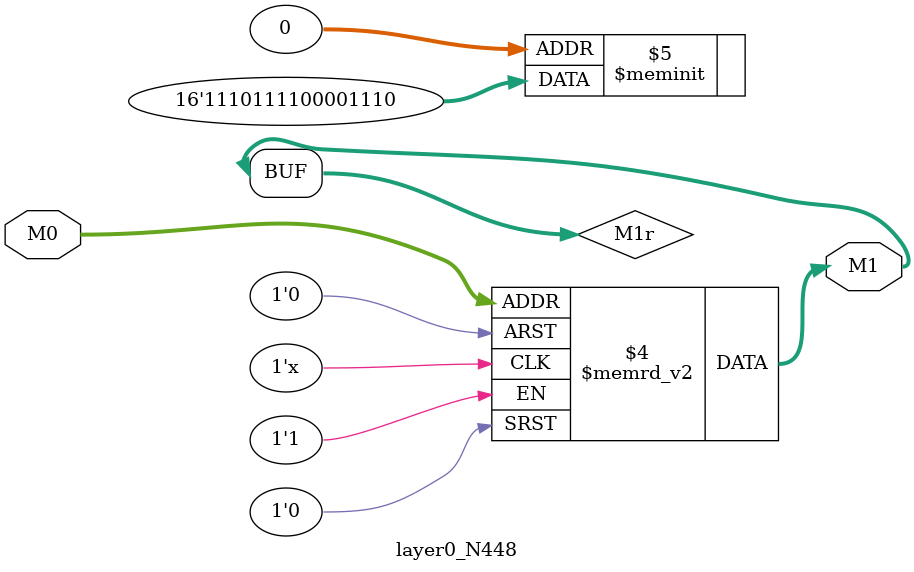
<source format=v>
module layer0_N448 ( input [2:0] M0, output [1:0] M1 );

	(*rom_style = "distributed" *) reg [1:0] M1r;
	assign M1 = M1r;
	always @ (M0) begin
		case (M0)
			3'b000: M1r = 2'b10;
			3'b100: M1r = 2'b11;
			3'b010: M1r = 2'b00;
			3'b110: M1r = 2'b10;
			3'b001: M1r = 2'b11;
			3'b101: M1r = 2'b11;
			3'b011: M1r = 2'b00;
			3'b111: M1r = 2'b11;

		endcase
	end
endmodule

</source>
